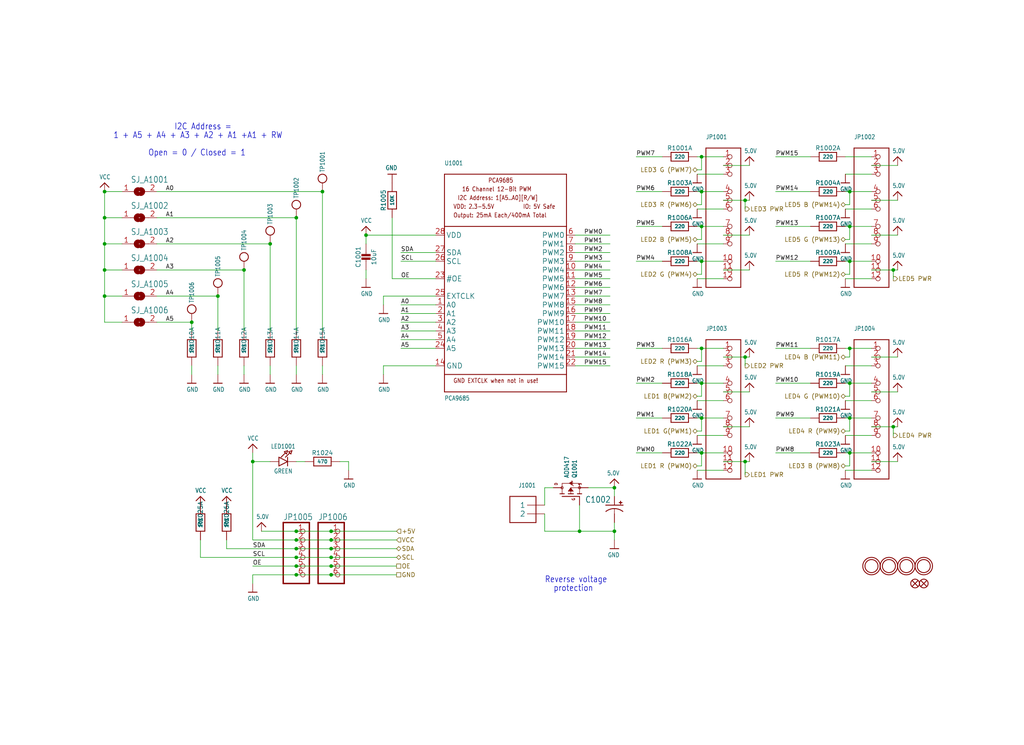
<source format=kicad_sch>
(kicad_sch (version 20250114) (generator "eeschema") (generator_version "9.0")
  (paper "User" 298.45 217.322)
  (text "Reverse voltage" (at 158.75 170.18 0) (effects (font (size 1.778 1.5113)) (justify left bottom)))
  (text "1 + A5 + A4 + A3 + A2 + A1 +A1 + RW" (at 33.02 40.64 0) (effects (font (size 1.778 1.5113)) (justify left bottom)))
  (text "Open = 0 / Closed = 1" (at 43.18 45.72 0) (effects (font (size 1.778 1.5113)) (justify left bottom)))
  (text "I2C Address =" (at 50.8 38.1 0) (effects (font (size 1.778 1.5113)) (justify left bottom)))
  (text "protection" (at 161.29 172.72 0) (effects (font (size 1.778 1.5113)) (justify left bottom)))
  (junction (at 86.36 160.02))
  (junction (at 217.17 58.42))
  (junction (at 247.65 76.2))
  (junction (at 204.47 101.6))
  (junction (at 30.48 71.12))
  (junction (at 86.36 154.94))
  (junction (at 63.5 86.36))
  (junction (at 96.52 167.64))
  (junction (at 179.07 154.94))
  (junction (at 217.17 104.14))
  (junction (at 179.07 142.24))
  (junction (at 106.68 68.58))
  (junction (at 260.35 78.74))
  (junction (at 93.98 55.88))
  (junction (at 204.47 121.92))
  (junction (at 55.88 93.98))
  (junction (at 30.48 86.36))
  (junction (at 86.36 167.64))
  (junction (at 86.36 157.48))
  (junction (at 168.91 154.94))
  (junction (at 96.52 165.1))
  (junction (at 30.48 78.74))
  (junction (at 86.36 63.5))
  (junction (at 86.36 165.1))
  (junction (at 73.66 134.62))
  (junction (at 204.47 76.2))
  (junction (at 71.12 78.74))
  (junction (at 30.48 63.5))
  (junction (at 204.47 111.76))
  (junction (at 217.17 134.62))
  (junction (at 204.47 55.88))
  (junction (at 247.65 121.92))
  (junction (at 96.52 160.02))
  (junction (at 204.47 66.04))
  (junction (at 96.52 157.48))
  (junction (at 86.36 162.56))
  (junction (at 260.35 124.46))
  (junction (at 247.65 101.6))
  (junction (at 247.65 132.08))
  (junction (at 247.65 111.76))
  (junction (at 78.74 71.12))
  (junction (at 30.48 55.88))
  (junction (at 204.47 132.08))
  (junction (at 96.52 154.94))
  (junction (at 247.65 55.88))
  (junction (at 204.47 45.72))
  (junction (at 247.65 66.04))
  (junction (at 96.52 162.56))
  (wire (pts (xy 127 96.52) (xy 116.84 96.52)) (stroke (width 0.1524)))
  (wire (pts (xy 167.64 68.58) (xy 177.8 68.58)) (stroke (width 0.1524)))
  (wire (pts (xy 210.82 68.58) (xy 218.44 68.58)) (stroke (width 0.1524)))
  (wire (pts (xy 204.47 66.04) (xy 210.82 66.04)) (stroke (width 0.1524)))
  (wire (pts (xy 203.2 66.04) (xy 204.47 66.04)) (stroke (width 0.1524)))
  (wire (pts (xy 193.04 101.6) (xy 185.42 101.6)) (stroke (width 0.1524)))
  (wire (pts (xy 210.82 124.46) (xy 218.44 124.46)) (stroke (width 0.1524)))
  (wire (pts (xy 45.72 86.36) (xy 63.5 86.36)) (stroke (width 0.1524)))
  (wire (pts (xy 167.64 86.36) (xy 177.8 86.36)) (stroke (width 0.1524)))
  (wire (pts (xy 168.91 147.32) (xy 168.91 154.94)) (stroke (width 0.1524)))
  (wire (pts (xy 217.17 58.42) (xy 218.44 58.42)) (stroke (width 0.1524)))
  (wire (pts (xy 204.47 101.6) (xy 210.82 101.6)) (stroke (width 0.1524)))
  (wire (pts (xy 35.56 93.98) (xy 30.48 93.98)) (stroke (width 0.1524)))
  (wire (pts (xy 210.82 48.26) (xy 218.44 48.26)) (stroke (width 0.1524)))
  (wire (pts (xy 158.75 154.94) (xy 158.75 149.86)) (stroke (width 0.1524)))
  (wire (pts (xy 76.2 154.94) (xy 86.36 154.94)) (stroke (width 0.1524)))
  (wire (pts (xy 236.22 132.08) (xy 226.06 132.08)) (stroke (width 0.1524)))
  (wire (pts (xy 210.82 71.12) (xy 203.2 71.12)) (stroke (width 0.1524)))
  (wire (pts (xy 236.22 121.92) (xy 226.06 121.92)) (stroke (width 0.1524)))
  (wire (pts (xy 203.2 132.08) (xy 204.47 132.08)) (stroke (width 0.1524)))
  (wire (pts (xy 167.64 83.82) (xy 177.8 83.82)) (stroke (width 0.1524)))
  (wire (pts (xy 203.2 121.92) (xy 204.47 121.92)) (stroke (width 0.1524)))
  (wire (pts (xy 30.48 63.5) (xy 30.48 55.88)) (stroke (width 0.1524)))
  (wire (pts (xy 246.38 115.57) (xy 247.65 115.57)))
  (wire (pts (xy 203.2 59.69) (xy 204.47 59.69)))
  (wire (pts (xy 247.65 59.69) (xy 247.65 55.88)))
  (wire (pts (xy 210.82 114.3) (xy 218.44 114.3)) (stroke (width 0.1524)))
  (wire (pts (xy 210.82 60.96) (xy 203.2 60.96)) (stroke (width 0.1524)))
  (wire (pts (xy 254 127) (xy 246.38 127)) (stroke (width 0.1524)))
  (wire (pts (xy 203.2 45.72) (xy 204.47 45.72)) (stroke (width 0.1524)))
  (wire (pts (xy 254 134.62) (xy 261.62 134.62)) (stroke (width 0.1524)))
  (wire (pts (xy 45.72 93.98) (xy 55.88 93.98)) (stroke (width 0.1524)))
  (wire (pts (xy 167.64 78.74) (xy 177.8 78.74)) (stroke (width 0.1524)))
  (wire (pts (xy 254 78.74) (xy 260.35 78.74)) (stroke (width 0.1524)))
  (wire (pts (xy 246.38 135.89) (xy 247.65 135.89)))
  (wire (pts (xy 30.48 71.12) (xy 30.48 63.5)) (stroke (width 0.1524)))
  (wire (pts (xy 203.2 101.6) (xy 204.47 101.6)) (stroke (width 0.1524)))
  (wire (pts (xy 35.56 63.5) (xy 30.48 63.5)) (stroke (width 0.1524)))
  (wire (pts (xy 247.65 55.88) (xy 254 55.88)) (stroke (width 0.1524)))
  (wire (pts (xy 127 101.6) (xy 116.84 101.6)) (stroke (width 0.1524)))
  (wire (pts (xy 45.72 71.12) (xy 78.74 71.12)) (stroke (width 0.1524)))
  (wire (pts (xy 167.64 71.12) (xy 177.8 71.12)) (stroke (width 0.1524)))
  (wire (pts (xy 86.36 157.48) (xy 73.66 157.48)) (stroke (width 0.1524)))
  (wire (pts (xy 203.2 125.73) (xy 204.47 125.73)))
  (wire (pts (xy 127 73.66) (xy 116.84 73.66)) (stroke (width 0.1524)))
  (wire (pts (xy 30.48 93.98) (xy 30.48 86.36)) (stroke (width 0.1524)))
  (wire (pts (xy 168.91 154.94) (xy 158.75 154.94)) (stroke (width 0.1524)))
  (wire (pts (xy 30.48 78.74) (xy 30.48 71.12)) (stroke (width 0.1524)))
  (wire (pts (xy 193.04 66.04) (xy 185.42 66.04)) (stroke (width 0.1524)))
  (wire (pts (xy 96.52 167.64) (xy 115.57 167.64)))
  (wire (pts (xy 179.07 154.94) (xy 168.91 154.94)) (stroke (width 0.1524)))
  (wire (pts (xy 246.38 76.2) (xy 247.65 76.2)) (stroke (width 0.1524)))
  (wire (pts (xy 185.42 55.88) (xy 193.04 55.88)) (stroke (width 0.1524)))
  (wire (pts (xy 210.82 58.42) (xy 217.17 58.42)) (stroke (width 0.1524)))
  (wire (pts (xy 127 86.36) (xy 111.76 86.36)) (stroke (width 0.1524)))
  (wire (pts (xy 254 58.42) (xy 261.62 58.42)) (stroke (width 0.1524)))
  (wire (pts (xy 204.47 45.72) (xy 210.82 45.72)) (stroke (width 0.1524)))
  (wire (pts (xy 204.47 80.01) (xy 204.47 76.2)))
  (wire (pts (xy 236.22 101.6) (xy 226.06 101.6)) (stroke (width 0.1524)))
  (wire (pts (xy 203.2 49.53) (xy 204.47 49.53)))
  (wire (pts (xy 210.82 104.14) (xy 217.17 104.14)) (stroke (width 0.1524)))
  (wire (pts (xy 247.65 111.76) (xy 247.65 115.57)))
  (wire (pts (xy 193.04 121.92) (xy 185.42 121.92)) (stroke (width 0.1524)))
  (wire (pts (xy 217.17 134.62) (xy 217.17 138.43)))
  (wire (pts (xy 247.65 66.04) (xy 254 66.04)) (stroke (width 0.1524)))
  (wire (pts (xy 127 99.06) (xy 116.84 99.06)) (stroke (width 0.1524)))
  (wire (pts (xy 167.64 106.68) (xy 177.8 106.68)) (stroke (width 0.1524)))
  (wire (pts (xy 96.52 157.48) (xy 86.36 157.48)) (stroke (width 0.1524)))
  (wire (pts (xy 35.56 71.12) (xy 30.48 71.12)) (stroke (width 0.1524)))
  (wire (pts (xy 210.82 81.28) (xy 203.2 81.28)) (stroke (width 0.1524)))
  (wire (pts (xy 127 106.68) (xy 111.76 106.68)) (stroke (width 0.1524)))
  (wire (pts (xy 179.07 152.4) (xy 179.07 154.94)) (stroke (width 0.1524)))
  (wire (pts (xy 204.47 59.69) (xy 204.47 55.88)))
  (wire (pts (xy 247.65 132.08) (xy 247.65 135.89)))
  (wire (pts (xy 246.38 125.73) (xy 247.65 125.73)))
  (wire (pts (xy 204.47 135.89) (xy 204.47 132.08)))
  (wire (pts (xy 30.48 86.36) (xy 30.48 78.74)) (stroke (width 0.1524)))
  (wire (pts (xy 193.04 76.2) (xy 185.42 76.2)) (stroke (width 0.1524)))
  (wire (pts (xy 254 106.68) (xy 246.38 106.68)) (stroke (width 0.1524)))
  (wire (pts (xy 71.12 106.68) (xy 71.12 109.22)) (stroke (width 0.1524)))
  (wire (pts (xy 217.17 58.42) (xy 217.17 60.96)))
  (wire (pts (xy 247.65 121.92) (xy 254 121.92)) (stroke (width 0.1524)))
  (wire (pts (xy 71.12 78.74) (xy 71.12 96.52)) (stroke (width 0.1524)))
  (wire (pts (xy 236.22 66.04) (xy 226.06 66.04)) (stroke (width 0.1524)))
  (wire (pts (xy 204.47 101.6) (xy 204.47 105.41)))
  (wire (pts (xy 158.75 142.24) (xy 158.75 147.32)) (stroke (width 0.1524)))
  (wire (pts (xy 93.98 106.68) (xy 93.98 109.22)) (stroke (width 0.1524)))
  (wire (pts (xy 210.82 127) (xy 203.2 127)) (stroke (width 0.1524)))
  (wire (pts (xy 45.72 55.88) (xy 93.98 55.88)) (stroke (width 0.1524)))
  (wire (pts (xy 99.06 134.62) (xy 101.6 134.62)) (stroke (width 0.1524)))
  (wire (pts (xy 204.47 45.72) (xy 204.47 49.53)))
  (wire (pts (xy 254 60.96) (xy 246.38 60.96)) (stroke (width 0.1524)))
  (wire (pts (xy 260.35 78.74) (xy 260.35 81.28)))
  (wire (pts (xy 167.64 101.6) (xy 177.8 101.6)) (stroke (width 0.1524)))
  (wire (pts (xy 203.2 137.16) (xy 210.82 137.16)) (stroke (width 0.1524)))
  (wire (pts (xy 101.6 134.62) (xy 101.6 137.16)) (stroke (width 0.1524)))
  (wire (pts (xy 106.68 68.58) (xy 127 68.58)) (stroke (width 0.1524)))
  (wire (pts (xy 246.38 111.76) (xy 247.65 111.76)) (stroke (width 0.1524)))
  (wire (pts (xy 254 81.28) (xy 246.38 81.28)) (stroke (width 0.1524)))
  (wire (pts (xy 167.64 104.14) (xy 177.8 104.14)) (stroke (width 0.1524)))
  (wire (pts (xy 78.74 71.12) (xy 78.74 96.52)) (stroke (width 0.1524)))
  (wire (pts (xy 204.47 69.85) (xy 204.47 66.04)))
  (wire (pts (xy 58.42 162.56) (xy 58.42 157.48)) (stroke (width 0.1524)))
  (wire (pts (xy 167.64 99.06) (xy 177.8 99.06)) (stroke (width 0.1524)))
  (wire (pts (xy 93.98 55.88) (xy 93.98 96.52)) (stroke (width 0.1524)))
  (wire (pts (xy 86.36 165.1) (xy 73.66 165.1)) (stroke (width 0.1524)))
  (wire (pts (xy 167.64 91.44) (xy 177.8 91.44)) (stroke (width 0.1524)))
  (wire (pts (xy 247.65 101.6) (xy 254 101.6)) (stroke (width 0.1524)))
  (wire (pts (xy 236.22 76.2) (xy 226.06 76.2)) (stroke (width 0.1524)))
  (wire (pts (xy 63.5 86.36) (xy 63.5 96.52)) (stroke (width 0.1524)))
  (wire (pts (xy 96.52 160.02) (xy 115.57 160.02)))
  (wire (pts (xy 246.38 59.69) (xy 247.65 59.69)))
  (wire (pts (xy 96.52 157.48) (xy 115.57 157.48)))
  (wire (pts (xy 179.07 154.94) (xy 179.07 157.48)) (stroke (width 0.1524)))
  (wire (pts (xy 204.47 55.88) (xy 210.82 55.88)) (stroke (width 0.1524)))
  (wire (pts (xy 203.2 55.88) (xy 204.47 55.88)) (stroke (width 0.1524)))
  (wire (pts (xy 204.47 125.73) (xy 204.47 121.92)))
  (wire (pts (xy 96.52 165.1) (xy 86.36 165.1)) (stroke (width 0.1524)))
  (wire (pts (xy 127 93.98) (xy 116.84 93.98)) (stroke (width 0.1524)))
  (wire (pts (xy 217.17 104.14) (xy 218.44 104.14)) (stroke (width 0.1524)))
  (wire (pts (xy 210.82 78.74) (xy 218.44 78.74)) (stroke (width 0.1524)))
  (wire (pts (xy 111.76 106.68) (xy 111.76 109.22)) (stroke (width 0.1524)))
  (wire (pts (xy 246.38 55.88) (xy 247.65 55.88)) (stroke (width 0.1524)))
  (wire (pts (xy 246.38 101.6) (xy 247.65 101.6)) (stroke (width 0.1524)))
  (wire (pts (xy 254 114.3) (xy 261.62 114.3)) (stroke (width 0.1524)))
  (wire (pts (xy 73.66 134.62) (xy 73.66 132.08)) (stroke (width 0.1524)))
  (wire (pts (xy 247.65 121.92) (xy 247.65 125.73)))
  (wire (pts (xy 210.82 106.68) (xy 203.2 106.68)) (stroke (width 0.1524)))
  (wire (pts (xy 246.38 45.72) (xy 254 45.72)) (stroke (width 0.1524)))
  (wire (pts (xy 247.65 66.04) (xy 247.65 69.85)))
  (wire (pts (xy 96.52 162.56) (xy 86.36 162.56)) (stroke (width 0.1524)))
  (wire (pts (xy 96.52 167.64) (xy 86.36 167.64)) (stroke (width 0.1524)))
  (wire (pts (xy 35.56 78.74) (xy 30.48 78.74)) (stroke (width 0.1524)))
  (wire (pts (xy 193.04 132.08) (xy 185.42 132.08)) (stroke (width 0.1524)))
  (wire (pts (xy 210.82 134.62) (xy 217.17 134.62)) (stroke (width 0.1524)))
  (wire (pts (xy 171.45 142.24) (xy 179.07 142.24)) (stroke (width 0.1524)))
  (wire (pts (xy 246.38 69.85) (xy 247.65 69.85)))
  (wire (pts (xy 203.2 80.01) (xy 204.47 80.01)))
  (wire (pts (xy 204.47 111.76) (xy 210.82 111.76)) (stroke (width 0.1524)))
  (wire (pts (xy 246.38 104.14) (xy 247.65 104.14)))
  (wire (pts (xy 96.52 154.94) (xy 115.57 154.94)))
  (wire (pts (xy 167.64 93.98) (xy 177.8 93.98)) (stroke (width 0.1524)))
  (wire (pts (xy 247.65 76.2) (xy 254 76.2)) (stroke (width 0.1524)))
  (wire (pts (xy 236.22 55.88) (xy 226.06 55.88)) (stroke (width 0.1524)))
  (wire (pts (xy 86.36 134.62) (xy 88.9 134.62)) (stroke (width 0.1524)))
  (wire (pts (xy 236.22 111.76) (xy 226.06 111.76)) (stroke (width 0.1524)))
  (wire (pts (xy 203.2 76.2) (xy 204.47 76.2)) (stroke (width 0.1524)))
  (wire (pts (xy 246.38 66.04) (xy 247.65 66.04)) (stroke (width 0.1524)))
  (wire (pts (xy 96.52 165.1) (xy 115.57 165.1)))
  (wire (pts (xy 247.65 132.08) (xy 254 132.08)) (stroke (width 0.1524)))
  (wire (pts (xy 86.36 106.68) (xy 86.36 109.22)) (stroke (width 0.1524)))
  (wire (pts (xy 217.17 134.62) (xy 218.44 134.62)) (stroke (width 0.1524)))
  (wire (pts (xy 254 104.14) (xy 261.62 104.14)) (stroke (width 0.1524)))
  (wire (pts (xy 127 88.9) (xy 116.84 88.9)) (stroke (width 0.1524)))
  (wire (pts (xy 247.65 76.2) (xy 247.65 80.01)))
  (wire (pts (xy 203.2 105.41) (xy 204.47 105.41)))
  (wire (pts (xy 111.76 86.36) (xy 111.76 88.9)) (stroke (width 0.1524)))
  (wire (pts (xy 167.64 96.52) (xy 177.8 96.52)) (stroke (width 0.1524)))
  (wire (pts (xy 167.64 76.2) (xy 177.8 76.2)) (stroke (width 0.1524)))
  (wire (pts (xy 55.88 93.98) (xy 55.88 96.52)) (stroke (width 0.1524)))
  (wire (pts (xy 86.36 167.64) (xy 73.66 167.64)) (stroke (width 0.1524)))
  (wire (pts (xy 106.68 68.58) (xy 106.68 71.12)) (stroke (width 0.1524)))
  (wire (pts (xy 86.36 63.5) (xy 86.36 96.52)) (stroke (width 0.1524)))
  (wire (pts (xy 161.29 142.24) (xy 158.75 142.24)) (stroke (width 0.1524)))
  (wire (pts (xy 106.68 78.74) (xy 106.68 81.28)) (stroke (width 0.1524)))
  (wire (pts (xy 167.64 73.66) (xy 177.8 73.66)) (stroke (width 0.1524)))
  (wire (pts (xy 254 68.58) (xy 261.62 68.58)) (stroke (width 0.1524)))
  (wire (pts (xy 247.65 101.6) (xy 247.65 104.14)))
  (wire (pts (xy 193.04 111.76) (xy 185.42 111.76)) (stroke (width 0.1524)))
  (wire (pts (xy 45.72 78.74) (xy 71.12 78.74)) (stroke (width 0.1524)))
  (wire (pts (xy 203.2 115.57) (xy 204.47 115.57)))
  (wire (pts (xy 254 124.46) (xy 260.35 124.46)) (stroke (width 0.1524)))
  (wire (pts (xy 254 48.26) (xy 261.62 48.26)) (stroke (width 0.1524)))
  (wire (pts (xy 204.47 115.57) (xy 204.47 111.76)))
  (wire (pts (xy 210.82 116.84) (xy 203.2 116.84)) (stroke (width 0.1524)))
  (wire (pts (xy 96.52 162.56) (xy 115.57 162.56)))
  (wire (pts (xy 236.22 45.72) (xy 226.06 45.72)) (stroke (width 0.1524)))
  (wire (pts (xy 78.74 106.68) (xy 78.74 109.22)) (stroke (width 0.1524)))
  (wire (pts (xy 86.36 162.56) (xy 58.42 162.56)) (stroke (width 0.1524)))
  (wire (pts (xy 35.56 55.88) (xy 30.48 55.88)) (stroke (width 0.1524)))
  (wire (pts (xy 246.38 80.01) (xy 247.65 80.01)))
  (wire (pts (xy 204.47 121.92) (xy 210.82 121.92)) (stroke (width 0.1524)))
  (wire (pts (xy 73.66 167.64) (xy 73.66 170.18)) (stroke (width 0.1524)))
  (wire (pts (xy 260.35 124.46) (xy 260.35 127)))
  (wire (pts (xy 193.04 45.72) (xy 185.42 45.72)) (stroke (width 0.1524)))
  (wire (pts (xy 203.2 135.89) (xy 204.47 135.89)))
  (wire (pts (xy 96.52 160.02) (xy 86.36 160.02)) (stroke (width 0.1524)))
  (wire (pts (xy 86.36 160.02) (xy 66.04 160.02)) (stroke (width 0.1524)))
  (wire (pts (xy 73.66 134.62) (xy 78.74 134.62)) (stroke (width 0.1524)))
  (wire (pts (xy 127 81.28) (xy 114.3 81.28)) (stroke (width 0.1524)))
  (wire (pts (xy 35.56 86.36) (xy 30.48 86.36)) (stroke (width 0.1524)))
  (wire (pts (xy 254 71.12) (xy 246.38 71.12)) (stroke (width 0.1524)))
  (wire (pts (xy 217.17 104.14) (xy 217.17 106.68)))
  (wire (pts (xy 203.2 69.85) (xy 204.47 69.85)))
  (wire (pts (xy 246.38 132.08) (xy 247.65 132.08)) (stroke (width 0.1524)))
  (wire (pts (xy 167.64 88.9) (xy 177.8 88.9)) (stroke (width 0.1524)))
  (wire (pts (xy 254 137.16) (xy 246.38 137.16)) (stroke (width 0.1524)))
  (wire (pts (xy 260.35 124.46) (xy 261.62 124.46)) (stroke (width 0.1524)))
  (wire (pts (xy 63.5 106.68) (xy 63.5 109.22)) (stroke (width 0.1524)))
  (wire (pts (xy 127 91.44) (xy 116.84 91.44)) (stroke (width 0.1524)))
  (wire (pts (xy 260.35 78.74) (xy 261.62 78.74)) (stroke (width 0.1524)))
  (wire (pts (xy 66.04 160.02) (xy 66.04 157.48)) (stroke (width 0.1524)))
  (wire (pts (xy 179.07 142.24) (xy 179.07 144.78)) (stroke (width 0.1524)))
  (wire (pts (xy 203.2 111.76) (xy 204.47 111.76)) (stroke (width 0.1524)))
  (wire (pts (xy 254 116.84) (xy 246.38 116.84)) (stroke (width 0.1524)))
  (wire (pts (xy 73.66 157.48) (xy 73.66 134.62)) (stroke (width 0.1524)))
  (wire (pts (xy 55.88 106.68) (xy 55.88 109.22)) (stroke (width 0.1524)))
  (wire (pts (xy 204.47 132.08) (xy 210.82 132.08)) (stroke (width 0.1524)))
  (wire (pts (xy 247.65 111.76) (xy 254 111.76)) (stroke (width 0.1524)))
  (wire (pts (xy 86.36 154.94) (xy 96.52 154.94)) (stroke (width 0.1524)))
  (wire (pts (xy 210.82 50.8) (xy 203.2 50.8)) (stroke (width 0.1524)))
  (wire (pts (xy 127 76.2) (xy 116.84 76.2)) (stroke (width 0.1524)))
  (wire (pts (xy 45.72 63.5) (xy 86.36 63.5)) (stroke (width 0.1524)))
  (wire (pts (xy 254 50.8) (xy 246.38 50.8)) (stroke (width 0.1524)))
  (wire (pts (xy 204.47 76.2) (xy 210.82 76.2)) (stroke (width 0.1524)))
  (wire (pts (xy 114.3 81.28) (xy 114.3 63.5)) (stroke (width 0.1524)))
  (wire (pts (xy 167.64 81.28) (xy 177.8 81.28)) (stroke (width 0.1524)))
  (wire (pts (xy 246.38 121.92) (xy 247.65 121.92)) (stroke (width 0.1524)))
  (label "PWM15" (at 170.18 106.68 0) (effects (font (size 1.2446 1.2446))))
  (label "PWM4" (at 185.42 76.2 0) (effects (font (size 1.2446 1.2446))))
  (label "PWM10" (at 226.06 111.76 0) (effects (font (size 1.2446 1.2446))))
  (label "A4" (at 116.84 99.06 0) (effects (font (size 1.2446 1.2446))))
  (label "SCL" (at 73.66 162.56 0) (effects (font (size 1.2446 1.2446))))
  (label "SDA" (at 73.66 160.02 0) (effects (font (size 1.2446 1.2446))))
  (label "A5" (at 48.26 93.98 0) (effects (font (size 1.2446 1.2446))))
  (label "PWM2" (at 170.18 73.66 0) (effects (font (size 1.2446 1.2446))))
  (label "PWM7" (at 185.42 45.72 0) (effects (font (size 1.2446 1.2446))))
  (label "PWM8" (at 170.18 88.9 0) (effects (font (size 1.2446 1.2446))))
  (label "PWM14" (at 170.18 104.14 0) (effects (font (size 1.2446 1.2446))))
  (label "PWM12" (at 170.18 99.06 0) (effects (font (size 1.2446 1.2446))))
  (label "PWM2" (at 185.42 111.76 0) (effects (font (size 1.2446 1.2446))))
  (label "PWM15" (at 226.06 45.72 0) (effects (font (size 1.2446 1.2446))))
  (label "PWM8" (at 226.06 132.08 0) (effects (font (size 1.2446 1.2446))))
  (label "A3" (at 48.26 78.74 0) (effects (font (size 1.2446 1.2446))))
  (label "PWM6" (at 170.18 83.82 0) (effects (font (size 1.2446 1.2446))))
  (label "A0" (at 48.26 55.88 0) (effects (font (size 1.2446 1.2446))))
  (label "A0" (at 116.84 88.9 0) (effects (font (size 1.2446 1.2446))))
  (label "PWM0" (at 185.42 132.08 0) (effects (font (size 1.2446 1.2446))))
  (label "PWM5" (at 170.18 81.28 0) (effects (font (size 1.2446 1.2446))))
  (label "PWM3" (at 170.18 76.2 0) (effects (font (size 1.2446 1.2446))))
  (label "PWM5" (at 185.42 66.04 0) (effects (font (size 1.2446 1.2446))))
  (label "SCL" (at 116.84 76.2 0) (effects (font (size 1.2446 1.2446))))
  (label "A3" (at 116.84 96.52 0) (effects (font (size 1.2446 1.2446))))
  (label "PWM11" (at 170.18 96.52 0) (effects (font (size 1.2446 1.2446))))
  (label "PWM0" (at 170.18 68.58 0) (effects (font (size 1.2446 1.2446))))
  (label "A5" (at 116.84 101.6 0) (effects (font (size 1.2446 1.2446))))
  (label "PWM9" (at 170.18 91.44 0) (effects (font (size 1.2446 1.2446))))
  (label "PWM6" (at 185.42 55.88 0) (effects (font (size 1.2446 1.2446))))
  (label "OE" (at 73.66 165.1 0) (effects (font (size 1.2446 1.2446))))
  (label "A2" (at 116.84 93.98 0) (effects (font (size 1.2446 1.2446))))
  (label "PWM14" (at 226.06 55.88 0) (effects (font (size 1.2446 1.2446))))
  (label "A4" (at 48.26 86.36 0) (effects (font (size 1.2446 1.2446))))
  (label "PWM7" (at 170.18 86.36 0) (effects (font (size 1.2446 1.2446))))
  (label "PWM10" (at 170.18 93.98 0) (effects (font (size 1.2446 1.2446))))
  (label "A1" (at 116.84 91.44 0) (effects (font (size 1.2446 1.2446))))
  (label "PWM12" (at 226.06 76.2 0) (effects (font (size 1.2446 1.2446))))
  (label "PWM1" (at 185.42 121.92 0) (effects (font (size 1.2446 1.2446))))
  (label "A2" (at 48.26 71.12 0) (effects (font (size 1.2446 1.2446))))
  (label "PWM13" (at 170.18 101.6 0) (effects (font (size 1.2446 1.2446))))
  (label "PWM1" (at 170.18 71.12 0) (effects (font (size 1.2446 1.2446))))
  (label "A1" (at 48.26 63.5 0) (effects (font (size 1.2446 1.2446))))
  (label "OE" (at 116.84 81.28 0) (effects (font (size 1.2446 1.2446))))
  (label "PWM3" (at 185.42 101.6 0) (effects (font (size 1.2446 1.2446))))
  (label "PWM13" (at 226.06 66.04 0) (effects (font (size 1.2446 1.2446))))
  (label "PWM4" (at 170.18 78.74 0) (effects (font (size 1.2446 1.2446))))
  (label "PWM11" (at 226.06 101.6 0) (effects (font (size 1.2446 1.2446))))
  (label "SDA" (at 116.84 73.66 0) (effects (font (size 1.2446 1.2446))))
  (label "PWM9" (at 226.06 121.92 0) (effects (font (size 1.2446 1.2446))))
  (hierarchical_label "LED5 R (PWM12)" (shape bidirectional) (at 246.38 80.01 180))
  (hierarchical_label "LED3 G (PWM7)" (shape bidirectional) (at 203.2 49.53 180))
  (hierarchical_label "LED2 PWR" (shape output) (at 217.17 106.68 0))
  (hierarchical_label "LED5 B (PWM14)" (shape bidirectional) (at 246.38 59.69 180))
  (hierarchical_label "LED1 R (PWM0)" (shape bidirectional) (at 203.2 135.89 180))
  (hierarchical_label "LED5 PWR" (shape output) (at 260.35 81.28 0))
  (hierarchical_label "LED3 PWR" (shape output) (at 217.17 60.96 0))
  (hierarchical_label "OE" (shape passive) (at 115.57 165.1 0))
  (hierarchical_label "LED4 PWR" (shape output) (at 260.35 127 0))
  (hierarchical_label "VCC" (shape input) (at 115.57 157.48 0))
  (hierarchical_label "LED4 B (PWM11)" (shape bidirectional) (at 246.38 104.14 180))
  (hierarchical_label "LED1 B(PWM2)" (shape bidirectional) (at 203.2 115.57 180))
  (hierarchical_label "LED4 R (PWM9)" (shape bidirectional) (at 246.38 125.73 180))
  (hierarchical_label "LED1 PWR" (shape output) (at 217.17 138.43 0))
  (hierarchical_label "LED4 G (PWM10)" (shape bidirectional) (at 246.38 115.57 180))
  (hierarchical_label "LED2 G (PWM4)" (shape bidirectional) (at 203.2 80.01 180))
  (hierarchical_label "+5V" (shape input) (at 115.57 154.94 0))
  (hierarchical_label "LED2 R (PWM3)" (shape bidirectional) (at 203.2 105.41 180))
  (hierarchical_label "LED3 B (PWM8)" (shape bidirectional) (at 246.38 135.89 180))
  (hierarchical_label "LED3 R (PWM6)" (shape bidirectional) (at 203.2 59.69 180))
  (hierarchical_label "GND" (shape passive) (at 115.57 167.64 0))
  (hierarchical_label "LED2 B (PWM5)" (shape bidirectional) (at 203.2 69.85 180))
  (hierarchical_label "LED1 G(PWM1)" (shape bidirectional) (at 203.2 125.73 180))
  (hierarchical_label "LED5 G (PWM13)" (shape bidirectional) (at 246.38 69.85 180))
  (hierarchical_label "SDA" (shape bidirectional) (at 115.57 160.02 0))
  (hierarchical_label "SCL" (shape bidirectional) (at 115.57 162.56 0))
  (symbol (lib_id "Adafruit PCA9685 rev C-eagle-import:GND") (at 203.2 119.38 0) (unit 1)
    (property "Reference" "#U$01033" (effects (hide yes)))
    (property "Value" "GND" (at 201.676 121.92 0) (effects (font (size 1.27 1.0795)) (justify left bottom)))
  )
  (symbol (lib_id "Adafruit PCA9685 rev C-eagle-import:GND") (at 246.38 139.7 0) (unit 1)
    (property "Reference" "#U$01044" (effects (hide yes)))
    (property "Value" "GND" (at 244.856 142.24 0) (effects (font (size 1.27 1.0795)) (justify left bottom)))
  )
  (symbol (lib_id "Adafruit PCA9685 rev C-eagle-import:GND") (at 246.38 109.22 0) (unit 1)
    (property "Reference" "#U$01023" (effects (hide yes)))
    (property "Value" "GND" (at 244.856 111.76 0) (effects (font (size 1.27 1.0795)) (justify left bottom)))
  )
  (symbol (lib_id "Adafruit PCA9685 rev C-eagle-import:5.0V") (at 218.44 76.2 0) (unit 1)
    (property "Reference" "#U$01014" (effects (hide yes)))
    (property "Value" "5.0V" (at 216.916 75.184 0) (effects (font (size 1.27 1.0795)) (justify left bottom)))
  )
  (symbol (lib_id "Adafruit PCA9685 rev C-eagle-import:RESISTOR_4PACK") (at 198.12 55.88 0) (unit 1)
    (property "Reference" "R1003" (at 198.12 53.34 0))
    (property "Value" "220" (at 198.12 55.88 0) (effects (font (size 1.016 1.016) (thickness 0.2032) (bold yes))))
    (property "Footprint" "Adafruit PCA9685 rev C:RESPACK_4X0603" (effects (hide yes)))
  )
  (symbol (lib_id "Adafruit PCA9685 rev C-eagle-import:GND") (at 101.6 139.7 0) (unit 1)
    (property "Reference" "#U$01041" (effects (hide yes)))
    (property "Value" "GND" (at 100.076 142.24 0) (effects (font (size 1.27 1.0795)) (justify left bottom)))
  )
  (symbol (lib_id "Adafruit PCA9685 rev C-eagle-import:GND") (at 114.3 50.8 180) (unit 1)
    (property "Reference" "#U$01003" (effects (hide yes)))
    (property "Value" "GND" (at 115.824 48.26 0) (effects (font (size 1.27 1.0795)) (justify left bottom)))
  )
  (symbol (lib_id "Adafruit PCA9685 rev C-eagle-import:5.0V") (at 218.44 55.88 0) (unit 1)
    (property "Reference" "#U$01006" (effects (hide yes)))
    (property "Value" "5.0V" (at 216.916 54.864 0) (effects (font (size 1.27 1.0795)) (justify left bottom)))
  )
  (symbol (lib_id "Adafruit PCA9685 rev C-eagle-import:VCC") (at 66.04 144.78 0) (unit 1)
    (property "Reference" "#P+01005" (effects (hide yes)))
    (property "Value" "VCC" (at 64.516 143.764 0) (effects (font (size 1.27 1.0795)) (justify left bottom)))
  )
  (symbol (lib_id "Adafruit PCA9685 rev C-eagle-import:FIDUCIAL{dblquote}{dblquote}") (at 269.24 170.18 0) (unit 1)
    (property "Reference" "FID1002" (effects (hide yes)))
    (property "Value" "FIDUCIAL\"\"" (effects (hide yes)))
    (property "Footprint" "Adafruit PCA9685 rev C:FIDUCIAL_1MM" (effects (hide yes)))
  )
  (symbol (lib_id "Adafruit PCA9685 rev C-eagle-import:TESTPOINTROUND1MM") (at 55.88 93.98 0) (unit 1)
    (property "Reference" "TP1006" (at 55.88 88.392 90) (effects (font (size 1.27 1.0795)) (justify left)))
    (property "Value" "TESTPOINTROUND1MM" (effects (hide yes)))
    (property "Footprint" "Adafruit PCA9685 rev C:TESTPOINT_ROUND_1MM" (effects (hide yes)))
  )
  (symbol (lib_id "Adafruit PCA9685 rev C-eagle-import:RESISTOR_4PACK") (at 93.98 101.6 90) (unit 1)
    (property "Reference" "R1015" (at 93.98 99.06 0))
    (property "Value" "10K" (at 93.98 101.6 0) (effects (font (size 1.016 1.016) (thickness 0.2032) (bold yes))))
    (property "Footprint" "Adafruit PCA9685 rev C:RESPACK_4X0603" (effects (hide yes)))
  )
  (symbol (lib_id "Adafruit PCA9685 rev C-eagle-import:GND") (at 111.76 91.44 0) (unit 1)
    (property "Reference" "#U$01019" (effects (hide yes)))
    (property "Value" "GND" (at 110.236 93.98 0) (effects (font (size 1.27 1.0795)) (justify left bottom)))
  )
  (symbol (lib_id "Adafruit PCA9685 rev C-eagle-import:HEADER-3X04") (at 210.82 63.5 0) (unit 1)
    (property "Reference" "JP1001" (at 205.74 40.64 0) (effects (font (size 1.27 1.0795)) (justify left bottom)))
    (property "Value" "HEADER-3X04" (effects (hide yes)))
    (property "Footprint" "Adafruit PCA9685 rev C:3X04" (effects (hide yes)))
  )
  (symbol (lib_id "Adafruit PCA9685 rev C-eagle-import:HEADER-3X04") (at 210.82 119.38 0) (unit 1)
    (property "Reference" "JP1003" (at 205.74 96.52 0) (effects (font (size 1.27 1.0795)) (justify left bottom)))
    (property "Value" "HEADER-3X04" (effects (hide yes)))
    (property "Footprint" "Adafruit PCA9685 rev C:3X04" (effects (hide yes)))
  )
  (symbol (lib_id "Adafruit PCA9685 rev C-eagle-import:GND") (at 246.38 53.34 0) (unit 1)
    (property "Reference" "#U$01005" (effects (hide yes)))
    (property "Value" "GND" (at 244.856 55.88 0) (effects (font (size 1.27 1.0795)) (justify left bottom)))
  )
  (symbol (lib_id "Adafruit PCA9685 rev C-eagle-import:GND") (at 86.36 111.76 0) (unit 1)
    (property "Reference" "#U$01028" (effects (hide yes)))
    (property "Value" "GND" (at 84.836 114.3 0) (effects (font (size 1.27 1.0795)) (justify left bottom)))
  )
  (symbol (lib_id "Adafruit PCA9685 rev C-eagle-import:GND") (at 246.38 63.5 0) (unit 1)
    (property "Reference" "#U$01009" (effects (hide yes)))
    (property "Value" "GND" (at 244.856 66.04 0) (effects (font (size 1.27 1.0795)) (justify left bottom)))
  )
  (symbol (lib_id "Adafruit PCA9685 rev C-eagle-import:GND") (at 78.74 111.76 0) (unit 1)
    (property "Reference" "#U$01027" (effects (hide yes)))
    (property "Value" "GND" (at 77.216 114.3 0) (effects (font (size 1.27 1.0795)) (justify left bottom)))
  )
  (symbol (lib_id "Adafruit PCA9685 rev C-eagle-import:GND") (at 203.2 139.7 0) (unit 1)
    (property "Reference" "#U$01043" (effects (hide yes)))
    (property "Value" "GND" (at 201.676 142.24 0) (effects (font (size 1.27 1.0795)) (justify left bottom)))
  )
  (symbol (lib_id "Adafruit PCA9685 rev C-eagle-import:PCA9685") (at 147.32 83.82 0) (unit 1)
    (property "Reference" "U1001" (at 129.54 48.26 0) (effects (font (size 1.27 1.0795)) (justify left bottom)))
    (property "Value" "PCA9685" (at 129.54 116.84 0) (effects (font (size 1.27 1.0795)) (justify left bottom)))
    (property "Footprint" "Adafruit PCA9685 rev C:TSSOP28" (effects (hide yes)))
  )
  (symbol (lib_id "Adafruit PCA9685 rev C-eagle-import:RESISTOR_4PACK") (at 198.12 45.72 0) (unit 1)
    (property "Reference" "R1001" (at 198.12 43.18 0))
    (property "Value" "220" (at 198.12 45.72 0) (effects (font (size 1.016 1.016) (thickness 0.2032) (bold yes))))
    (property "Footprint" "Adafruit PCA9685 rev C:RESPACK_4X0603" (effects (hide yes)))
  )
  (symbol (lib_id "Adafruit PCA9685 rev C-eagle-import:5.0V") (at 261.62 55.88 0) (unit 1)
    (property "Reference" "#U$01007" (effects (hide yes)))
    (property "Value" "5.0V" (at 260.096 54.864 0) (effects (font (size 1.27 1.0795)) (justify left bottom)))
  )
  (symbol (lib_id "Adafruit PCA9685 rev C-eagle-import:MOUNTINGHOLE2.5") (at 269.24 165.1 0) (unit 1)
    (property "Reference" "U$1004" (effects (hide yes)))
    (property "Value" "MOUNTINGHOLE2.5" (effects (hide yes)))
    (property "Footprint" "Adafruit PCA9685 rev C:MOUNTINGHOLE_2.5_PLATED" (effects (hide yes)))
  )
  (symbol (lib_id "Adafruit PCA9685 rev C-eagle-import:GND") (at 55.88 111.76 0) (unit 1)
    (property "Reference" "#U$01024" (effects (hide yes)))
    (property "Value" "GND" (at 54.356 114.3 0) (effects (font (size 1.27 1.0795)) (justify left bottom)))
  )
  (symbol (lib_id "Adafruit PCA9685 rev C-eagle-import:TESTPOINTROUND1MM") (at 93.98 55.88 0) (unit 1)
    (property "Reference" "TP1001" (at 93.98 50.292 90) (effects (font (size 1.27 1.0795)) (justify left)))
    (property "Value" "TESTPOINTROUND1MM" (effects (hide yes)))
    (property "Footprint" "Adafruit PCA9685 rev C:TESTPOINT_ROUND_1MM" (effects (hide yes)))
  )
  (symbol (lib_id "Adafruit PCA9685 rev C-eagle-import:RESISTOR_4PACK") (at 198.12 66.04 0) (unit 1)
    (property "Reference" "R1006" (at 198.12 63.5 0))
    (property "Value" "220" (at 198.12 66.04 0) (effects (font (size 1.016 1.016) (thickness 0.2032) (bold yes))))
    (property "Footprint" "Adafruit PCA9685 rev C:RESPACK_4X0603" (effects (hide yes)))
  )
  (symbol (lib_id "Adafruit PCA9685 rev C-eagle-import:GND") (at 246.38 129.54 0) (unit 1)
    (property "Reference" "#U$01038" (effects (hide yes)))
    (property "Value" "GND" (at 244.856 132.08 0) (effects (font (size 1.27 1.0795)) (justify left bottom)))
  )
  (symbol (lib_id "Adafruit PCA9685 rev C-eagle-import:TESTPOINTROUND1MM") (at 86.36 63.5 0) (unit 1)
    (property "Reference" "TP1002" (at 86.36 57.912 90) (effects (font (size 1.27 1.0795)) (justify left)))
    (property "Value" "TESTPOINTROUND1MM" (effects (hide yes)))
    (property "Footprint" "Adafruit PCA9685 rev C:TESTPOINT_ROUND_1MM" (effects (hide yes)))
  )
  (symbol (lib_id "Adafruit PCA9685 rev C-eagle-import:RESISTOR_4PACK") (at 71.12 101.6 90) (unit 1)
    (property "Reference" "R1012" (at 71.12 99.06 0))
    (property "Value" "10K" (at 71.12 101.6 0) (effects (font (size 1.016 1.016) (thickness 0.2032) (bold yes))))
    (property "Footprint" "Adafruit PCA9685 rev C:RESPACK_4X0603" (effects (hide yes)))
  )
  (symbol (lib_id "Adafruit PCA9685 rev C-eagle-import:5.0V") (at 261.62 66.04 0) (unit 1)
    (property "Reference" "#U$01011" (effects (hide yes)))
    (property "Value" "5.0V" (at 260.096 65.024 0) (effects (font (size 1.27 1.0795)) (justify left bottom)))
  )
  (symbol (lib_id "Adafruit PCA9685 rev C-eagle-import:5.0V") (at 218.44 66.04 0) (unit 1)
    (property "Reference" "#U$01010" (effects (hide yes)))
    (property "Value" "5.0V" (at 216.916 65.024 0) (effects (font (size 1.27 1.0795)) (justify left bottom)))
  )
  (symbol (lib_id "Adafruit PCA9685 rev C-eagle-import:5.0V") (at 261.62 111.76 0) (unit 1)
    (property "Reference" "#U$01032" (effects (hide yes)))
    (property "Value" "5.0V" (at 260.096 110.744 0) (effects (font (size 1.27 1.0795)) (justify left bottom)))
  )
  (symbol (lib_id "Adafruit PCA9685 rev C-eagle-import:RESISTOR_4PACK") (at 198.12 101.6 0) (unit 1)
    (property "Reference" "R1016" (at 198.12 99.06 0))
    (property "Value" "220" (at 198.12 101.6 0) (effects (font (size 1.016 1.016) (thickness 0.2032) (bold yes))))
    (property "Footprint" "Adafruit PCA9685 rev C:RESPACK_4X0603" (effects (hide yes)))
  )
  (symbol (lib_id "Adafruit PCA9685 rev C-eagle-import:5.0V") (at 261.62 101.6 0) (unit 1)
    (property "Reference" "#U$01021" (effects (hide yes)))
    (property "Value" "5.0V" (at 260.096 100.584 0) (effects (font (size 1.27 1.0795)) (justify left bottom)))
  )
  (symbol (lib_id "Adafruit PCA9685 rev C-eagle-import:CPOL-USE3.5-8") (at 179.07 147.32 0) (mirror y) (unit 1)
    (property "Reference" "C1002" (at 178.054 146.685 0) (effects (font (size 1.778 1.5113)) (justify left bottom)))
    (property "Value" "CPOL-USE3.5-8" (effects (hide yes)))
    (property "Footprint" "Adafruit PCA9685 rev C:E3,5-8" (effects (hide yes)))
  )
  (symbol (lib_id "Adafruit PCA9685 rev C-eagle-import:RESISTOR_4PACK") (at 198.12 121.92 0) (unit 1)
    (property "Reference" "R1020" (at 198.12 119.38 0))
    (property "Value" "220" (at 198.12 121.92 0) (effects (font (size 1.016 1.016) (thickness 0.2032) (bold yes))))
    (property "Footprint" "Adafruit PCA9685 rev C:RESPACK_4X0603" (effects (hide yes)))
  )
  (symbol (lib_id "Adafruit PCA9685 rev C-eagle-import:TESTPOINTROUND1MM") (at 63.5 86.36 0) (unit 1)
    (property "Reference" "TP1005" (at 63.5 80.772 90) (effects (font (size 1.27 1.0795)) (justify left)))
    (property "Value" "TESTPOINTROUND1MM" (effects (hide yes)))
    (property "Footprint" "Adafruit PCA9685 rev C:TESTPOINT_ROUND_1MM" (effects (hide yes)))
  )
  (symbol (lib_id "Adafruit PCA9685 rev C-eagle-import:SOLDERJUMPERREFLOW_NOPASTE") (at 40.64 71.12 0) (unit 1)
    (property "Reference" "SJ_A1003" (at 38.1 68.58 0) (effects (font (size 1.778 1.5113)) (justify left bottom)))
    (property "Value" "SOLDERJUMPERREFLOW_NOPASTE" (effects (hide yes)))
    (property "Footprint" "Adafruit PCA9685 rev C:SOLDERJUMPER_REFLOW_NOPASTE" (effects (hide yes)))
  )
  (symbol (lib_id "Adafruit PCA9685 rev C-eagle-import:SOLDERJUMPERREFLOW_NOPASTE") (at 40.64 86.36 0) (unit 1)
    (property "Reference" "SJ_A1005" (at 38.1 83.82 0) (effects (font (size 1.778 1.5113)) (justify left bottom)))
    (property "Value" "SOLDERJUMPERREFLOW_NOPASTE" (effects (hide yes)))
    (property "Footprint" "Adafruit PCA9685 rev C:SOLDERJUMPER_REFLOW_NOPASTE" (effects (hide yes)))
  )
  (symbol (lib_id "Adafruit PCA9685 rev C-eagle-import:VCC") (at 106.68 66.04 0) (unit 1)
    (property "Reference" "#P+01002" (effects (hide yes)))
    (property "Value" "VCC" (at 105.156 65.024 0) (effects (font (size 1.27 1.0795)) (justify left bottom)))
  )
  (symbol (lib_id "Adafruit PCA9685 rev C-eagle-import:RESISTOR_4PACK") (at 55.88 101.6 90) (unit 1)
    (property "Reference" "R1010" (at 55.88 99.06 0))
    (property "Value" "10K" (at 55.88 101.6 0) (effects (font (size 1.016 1.016) (thickness 0.2032) (bold yes))))
    (property "Footprint" "Adafruit PCA9685 rev C:RESPACK_4X0603" (effects (hide yes)))
  )
  (symbol (lib_id "Adafruit PCA9685 rev C-eagle-import:GND") (at 93.98 111.76 0) (unit 1)
    (property "Reference" "#U$01029" (effects (hide yes)))
    (property "Value" "GND" (at 92.456 114.3 0) (effects (font (size 1.27 1.0795)) (justify left bottom)))
  )
  (symbol (lib_id "Adafruit PCA9685 rev C-eagle-import:PINHD-1X6CB") (at 99.06 162.56 0) (unit 1)
    (property "Reference" "JP1006" (at 92.71 151.765 0) (effects (font (size 1.778 1.5113)) (justify left bottom)))
    (property "Value" "PINHD-1X6CB" (effects (hide yes)))
    (property "Footprint" "Adafruit PCA9685 rev C:1X06-CLEANBIG" (effects (hide yes)))
  )
  (symbol (lib_id "Adafruit PCA9685 rev C-eagle-import:5.0V") (at 261.62 132.08 0) (unit 1)
    (property "Reference" "#U$01040" (effects (hide yes)))
    (property "Value" "5.0V" (at 260.096 131.064 0) (effects (font (size 1.27 1.0795)) (justify left bottom)))
  )
  (symbol (lib_id "Adafruit PCA9685 rev C-eagle-import:CAP_CERAMIC0805-NOOUTLINE") (at 106.68 76.2 0) (unit 1)
    (property "Reference" "C1001" (at 104.39 74.95 90))
    (property "Value" "10uF" (at 108.98 74.95 90))
    (property "Footprint" "Adafruit PCA9685 rev C:0805-NO" (effects (hide yes)))
  )
  (symbol (lib_id "Adafruit PCA9685 rev C-eagle-import:GND") (at 111.76 111.76 0) (unit 1)
    (property "Reference" "#U$01030" (effects (hide yes)))
    (property "Value" "GND" (at 110.236 114.3 0) (effects (font (size 1.27 1.0795)) (justify left bottom)))
  )
  (symbol (lib_id "Adafruit PCA9685 rev C-eagle-import:SOLDERJUMPERREFLOW_NOPASTE") (at 40.64 55.88 0) (unit 1)
    (property "Reference" "SJ_A1001" (at 38.1 53.34 0) (effects (font (size 1.778 1.5113)) (justify left bottom)))
    (property "Value" "SOLDERJUMPERREFLOW_NOPASTE" (effects (hide yes)))
    (property "Footprint" "Adafruit PCA9685 rev C:SOLDERJUMPER_REFLOW_NOPASTE" (effects (hide yes)))
  )
  (symbol (lib_id "Adafruit PCA9685 rev C-eagle-import:RESISTOR_0805MP") (at 93.98 134.62 0) (unit 1)
    (property "Reference" "R1024" (at 93.98 132.08 0))
    (property "Value" "470" (at 93.98 134.62 0) (effects (font (size 1.016 1.016) (thickness 0.2032) (bold yes))))
    (property "Footprint" "Adafruit PCA9685 rev C:_0805MP" (effects (hide yes)))
  )
  (symbol (lib_id "Adafruit PCA9685 rev C-eagle-import:HEADER-3X04") (at 254 119.38 0) (unit 1)
    (property "Reference" "JP1004" (at 248.92 96.52 0) (effects (font (size 1.27 1.0795)) (justify left bottom)))
    (property "Value" "HEADER-3X04" (effects (hide yes)))
    (property "Footprint" "Adafruit PCA9685 rev C:3X04" (effects (hide yes)))
  )
  (symbol (lib_id "Adafruit PCA9685 rev C-eagle-import:VCC") (at 58.42 144.78 0) (unit 1)
    (property "Reference" "#P+01004" (effects (hide yes)))
    (property "Value" "VCC" (at 56.896 143.764 0) (effects (font (size 1.27 1.0795)) (justify left bottom)))
  )
  (symbol (lib_id "Adafruit PCA9685 rev C-eagle-import:GND") (at 203.2 63.5 0) (unit 1)
    (property "Reference" "#U$01008" (effects (hide yes)))
    (property "Value" "GND" (at 201.676 66.04 0) (effects (font (size 1.27 1.0795)) (justify left bottom)))
  )
  (symbol (lib_id "Adafruit PCA9685 rev C-eagle-import:RESISTOR_4PACK") (at 241.3 76.2 0) (unit 1)
    (property "Reference" "R1009" (at 241.3 73.66 0))
    (property "Value" "220" (at 241.3 76.2 0) (effects (font (size 1.016 1.016) (thickness 0.2032) (bold yes))))
    (property "Footprint" "Adafruit PCA9685 rev C:RESPACK_4X0603" (effects (hide yes)))
  )
  (symbol (lib_id "Adafruit PCA9685 rev C-eagle-import:RESISTOR_4PACK") (at 241.3 121.92 0) (unit 1)
    (property "Reference" "R1021" (at 241.3 119.38 0))
    (property "Value" "220" (at 241.3 121.92 0) (effects (font (size 1.016 1.016) (thickness 0.2032) (bold yes))))
    (property "Footprint" "Adafruit PCA9685 rev C:RESPACK_4X0603" (effects (hide yes)))
  )
  (symbol (lib_id "Adafruit PCA9685 rev C-eagle-import:RESISTOR_4PACK") (at 63.5 101.6 90) (unit 1)
    (property "Reference" "R1011" (at 63.5 99.06 0))
    (property "Value" "10K" (at 63.5 101.6 0) (effects (font (size 1.016 1.016) (thickness 0.2032) (bold yes))))
    (property "Footprint" "Adafruit PCA9685 rev C:RESPACK_4X0603" (effects (hide yes)))
  )
  (symbol (lib_id "Adafruit PCA9685 rev C-eagle-import:MOUNTINGHOLE2.5") (at 264.16 165.1 0) (unit 1)
    (property "Reference" "U$1003" (effects (hide yes)))
    (property "Value" "MOUNTINGHOLE2.5" (effects (hide yes)))
    (property "Footprint" "Adafruit PCA9685 rev C:MOUNTINGHOLE_2.5_PLATED" (effects (hide yes)))
  )
  (symbol (lib_id "Adafruit PCA9685 rev C-eagle-import:GND") (at 246.38 119.38 0) (unit 1)
    (property "Reference" "#U$01034" (effects (hide yes)))
    (property "Value" "GND" (at 244.856 121.92 0) (effects (font (size 1.27 1.0795)) (justify left bottom)))
  )
  (symbol (lib_id "Adafruit PCA9685 rev C-eagle-import:RESISTOR_4PACK") (at 241.3 55.88 0) (unit 1)
    (property "Reference" "R1004" (at 241.3 53.34 0))
    (property "Value" "220" (at 241.3 55.88 0) (effects (font (size 1.016 1.016) (thickness 0.2032) (bold yes))))
    (property "Footprint" "Adafruit PCA9685 rev C:RESPACK_4X0603" (effects (hide yes)))
  )
  (symbol (lib_id "Adafruit PCA9685 rev C-eagle-import:VCC") (at 30.48 53.34 0) (unit 1)
    (property "Reference" "#P+01001" (effects (hide yes)))
    (property "Value" "VCC" (at 28.956 52.324 0) (effects (font (size 1.27 1.0795)) (justify left bottom)))
  )
  (symbol (lib_id "Adafruit PCA9685 rev C-eagle-import:RESISTOR_4PACK") (at 58.42 152.4 90) (unit 1)
    (property "Reference" "R1025" (at 58.42 149.86 0))
    (property "Value" "10K" (at 58.42 152.4 0) (effects (font (size 1.016 1.016) (thickness 0.2032) (bold yes))))
    (property "Footprint" "Adafruit PCA9685 rev C:RESPACK_4X0603" (effects (hide yes)))
  )
  (symbol (lib_id "Adafruit PCA9685 rev C-eagle-import:RESISTOR_4PACK") (at 241.3 66.04 0) (unit 1)
    (property "Reference" "R1007" (at 241.3 63.5 0))
    (property "Value" "220" (at 241.3 66.04 0) (effects (font (size 1.016 1.016) (thickness 0.2032) (bold yes))))
    (property "Footprint" "Adafruit PCA9685 rev C:RESPACK_4X0603" (effects (hide yes)))
  )
  (symbol (lib_id "Adafruit PCA9685 rev C-eagle-import:5.0V") (at 261.62 45.72 0) (unit 1)
    (property "Reference" "#U$01002" (effects (hide yes)))
    (property "Value" "5.0V" (at 260.096 44.704 0) (effects (font (size 1.27 1.0795)) (justify left bottom)))
  )
  (symbol (lib_id "Adafruit PCA9685 rev C-eagle-import:RESISTOR_4PACK") (at 241.3 101.6 0) (unit 1)
    (property "Reference" "R1017" (at 241.3 99.06 0))
    (property "Value" "220" (at 241.3 101.6 0) (effects (font (size 1.016 1.016) (thickness 0.2032) (bold yes))))
    (property "Footprint" "Adafruit PCA9685 rev C:RESPACK_4X0603" (effects (hide yes)))
  )
  (symbol (lib_id "Adafruit PCA9685 rev C-eagle-import:5.0V") (at 218.44 121.92 0) (unit 1)
    (property "Reference" "#U$01035" (effects (hide yes)))
    (property "Value" "5.0V" (at 216.916 120.904 0) (effects (font (size 1.27 1.0795)) (justify left bottom)))
  )
  (symbol (lib_id "Adafruit PCA9685 rev C-eagle-import:GND") (at 246.38 83.82 0) (unit 1)
    (property "Reference" "#U$01018" (effects (hide yes)))
    (property "Value" "GND" (at 244.856 86.36 0) (effects (font (size 1.27 1.0795)) (justify left bottom)))
  )
  (symbol (lib_id "Adafruit PCA9685 rev C-eagle-import:MOUNTINGHOLE2.5") (at 259.08 165.1 0) (unit 1)
    (property "Reference" "U$1002" (effects (hide yes)))
    (property "Value" "MOUNTINGHOLE2.5" (effects (hide yes)))
    (property "Footprint" "Adafruit PCA9685 rev C:MOUNTINGHOLE_2.5_PLATED" (effects (hide yes)))
  )
  (symbol (lib_id "Adafruit PCA9685 rev C-eagle-import:GND") (at 106.68 83.82 0) (unit 1)
    (property "Reference" "#U$01016" (effects (hide yes)))
    (property "Value" "GND" (at 105.156 86.36 0) (effects (font (size 1.27 1.0795)) (justify left bottom)))
  )
  (symbol (lib_id "Adafruit PCA9685 rev C-eagle-import:5.0V") (at 218.44 132.08 0) (unit 1)
    (property "Reference" "#U$01039" (effects (hide yes)))
    (property "Value" "5.0V" (at 216.916 131.064 0) (effects (font (size 1.27 1.0795)) (justify left bottom)))
  )
  (symbol (lib_id "Adafruit PCA9685 rev C-eagle-import:5.0V") (at 261.62 121.92 0) (unit 1)
    (property "Reference" "#U$01036" (effects (hide yes)))
    (property "Value" "5.0V" (at 260.096 120.904 0) (effects (font (size 1.27 1.0795)) (justify left bottom)))
  )
  (symbol (lib_id "Adafruit PCA9685 rev C-eagle-import:RESISTOR_4PACK") (at 241.3 132.08 0) (unit 1)
    (property "Reference" "R1023" (at 241.3 129.54 0))
    (property "Value" "220" (at 241.3 132.08 0) (effects (font (size 1.016 1.016) (thickness 0.2032) (bold yes))))
    (property "Footprint" "Adafruit PCA9685 rev C:RESPACK_4X0603" (effects (hide yes)))
  )
  (symbol (lib_id "Adafruit PCA9685 rev C-eagle-import:5.0V") (at 261.62 76.2 0) (unit 1)
    (property "Reference" "#U$01015" (effects (hide yes)))
    (property "Value" "5.0V" (at 260.096 75.184 0) (effects (font (size 1.27 1.0795)) (justify left bottom)))
  )
  (symbol (lib_id "Adafruit PCA9685 rev C-eagle-import:HEADER-3X04") (at 254 63.5 0) (unit 1)
    (property "Reference" "JP1002" (at 248.92 40.64 0) (effects (font (size 1.27 1.0795)) (justify left bottom)))
    (property "Value" "HEADER-3X04" (effects (hide yes)))
    (property "Footprint" "Adafruit PCA9685 rev C:3X04" (effects (hide yes)))
  )
  (symbol (lib_id "Adafruit PCA9685 rev C-eagle-import:SOLDERJUMPERREFLOW_NOPASTE") (at 40.64 93.98 0) (unit 1)
    (property "Reference" "SJ_A1006" (at 38.1 91.44 0) (effects (font (size 1.778 1.5113)) (justify left bottom)))
    (property "Value" "SOLDERJUMPERREFLOW_NOPASTE" (effects (hide yes)))
    (property "Footprint" "Adafruit PCA9685 rev C:SOLDERJUMPER_REFLOW_NOPASTE" (effects (hide yes)))
  )
  (symbol (lib_id "Adafruit PCA9685 rev C-eagle-import:GND") (at 203.2 83.82 0) (unit 1)
    (property "Reference" "#U$01017" (effects (hide yes)))
    (property "Value" "GND" (at 201.676 86.36 0) (effects (font (size 1.27 1.0795)) (justify left bottom)))
  )
  (symbol (lib_id "Adafruit PCA9685 rev C-eagle-import:SOLDERJUMPERREFLOW_NOPASTE") (at 40.64 78.74 0) (unit 1)
    (property "Reference" "SJ_A1004" (at 38.1 76.2 0) (effects (font (size 1.778 1.5113)) (justify left bottom)))
    (property "Value" "SOLDERJUMPERREFLOW_NOPASTE" (effects (hide yes)))
    (property "Footprint" "Adafruit PCA9685 rev C:SOLDERJUMPER_REFLOW_NOPASTE" (effects (hide yes)))
  )
  (symbol (lib_id "Adafruit PCA9685 rev C-eagle-import:GND") (at 246.38 73.66 0) (unit 1)
    (property "Reference" "#U$01013" (effects (hide yes)))
    (property "Value" "GND" (at 244.856 76.2 0) (effects (font (size 1.27 1.0795)) (justify left bottom)))
  )
  (symbol (lib_id "Adafruit PCA9685 rev C-eagle-import:MOSFET-PTO252") (at 166.37 142.24 270) (mirror x) (unit 1)
    (property "Reference" "Q1001" (at 166.751 139.446 0) (effects (font (size 1.27 1.0795)) (justify left bottom)))
    (property "Value" "AOD417" (at 164.465 139.446 0) (effects (font (size 1.27 1.0795)) (justify left bottom)))
    (property "Footprint" "Adafruit PCA9685 rev C:TO252" (effects (hide yes)))
  )
  (symbol (lib_id "Adafruit PCA9685 rev C-eagle-import:GND") (at 179.07 160.02 0) (mirror y) (unit 1)
    (property "Reference" "#U$01046" (effects (hide yes)))
    (property "Value" "GND" (at 180.594 162.56 0) (effects (font (size 1.27 1.0795)) (justify left bottom)))
  )
  (symbol (lib_id "Adafruit PCA9685 rev C-eagle-import:GND") (at 203.2 73.66 0) (unit 1)
    (property "Reference" "#U$01012" (effects (hide yes)))
    (property "Value" "GND" (at 201.676 76.2 0) (effects (font (size 1.27 1.0795)) (justify left bottom)))
  )
  (symbol (lib_id "Adafruit PCA9685 rev C-eagle-import:RESISTOR_4PACK") (at 198.12 132.08 0) (unit 1)
    (property "Reference" "R1022" (at 198.12 129.54 0))
    (property "Value" "220" (at 198.12 132.08 0) (effects (font (size 1.016 1.016) (thickness 0.2032) (bold yes))))
    (property "Footprint" "Adafruit PCA9685 rev C:RESPACK_4X0603" (effects (hide yes)))
  )
  (symbol (lib_id "Adafruit PCA9685 rev C-eagle-import:TESTPOINTROUND1MM") (at 78.74 71.12 0) (unit 1)
    (property "Reference" "TP1003" (at 78.74 65.532 90) (effects (font (size 1.27 1.0795)) (justify left)))
    (property "Value" "TESTPOINTROUND1MM" (effects (hide yes)))
    (property "Footprint" "Adafruit PCA9685 rev C:TESTPOINT_ROUND_1MM" (effects (hide yes)))
  )
  (symbol (lib_id "Adafruit PCA9685 rev C-eagle-import:RESISTOR_4PACK") (at 66.04 152.4 90) (unit 1)
    (property "Reference" "R1026" (at 66.04 149.86 0))
    (property "Value" "10K" (at 66.04 152.4 0) (effects (font (size 1.016 1.016) (thickness 0.2032) (bold yes))))
    (property "Footprint" "Adafruit PCA9685 rev C:RESPACK_4X0603" (effects (hide yes)))
  )
  (symbol (lib_id "Adafruit PCA9685 rev C-eagle-import:5.0V") (at 76.2 152.4 0) (unit 1)
    (property "Reference" "#U$01045" (effects (hide yes)))
    (property "Value" "5.0V" (at 74.676 151.384 0) (effects (font (size 1.27 1.0795)) (justify left bottom)))
  )
  (symbol (lib_id "Adafruit PCA9685 rev C-eagle-import:TERMBLOCK_1X2") (at 153.67 149.86 0) (mirror y) (unit 1)
    (property "Reference" "J1001" (at 156.21 142.24 0) (effects (font (size 1.27 1.0795)) (justify left bottom)))
    (property "Value" "TERMBLOCK_1X2" (effects (hide yes)))
    (property "Footprint" "Adafruit PCA9685 rev C:TERMBLOCK_1X2-3.5MM" (effects (hide yes)))
  )
  (symbol (lib_id "Adafruit PCA9685 rev C-eagle-import:LED0805_NOOUTLINE") (at 83.82 134.62 0) (unit 1)
    (property "Reference" "LED1001" (at 82.55 130.175 0) (effects (font (size 1.27 1.0795))))
    (property "Value" "GREEN" (at 82.55 137.414 0) (effects (font (size 1.27 1.0795))))
    (property "Footprint" "Adafruit PCA9685 rev C:CHIPLED_0805_NOOUTLINE" (effects (hide yes)))
  )
  (symbol (lib_id "Adafruit PCA9685 rev C-eagle-import:RESISTOR_4PACK") (at 198.12 111.76 0) (unit 1)
    (property "Reference" "R1018" (at 198.12 109.22 0))
    (property "Value" "220" (at 198.12 111.76 0) (effects (font (size 1.016 1.016) (thickness 0.2032) (bold yes))))
    (property "Footprint" "Adafruit PCA9685 rev C:RESPACK_4X0603" (effects (hide yes)))
  )
  (symbol (lib_id "Adafruit PCA9685 rev C-eagle-import:VCC") (at 73.66 129.54 0) (unit 1)
    (property "Reference" "#P+01003" (effects (hide yes)))
    (property "Value" "VCC" (at 72.136 128.524 0) (effects (font (size 1.27 1.0795)) (justify left bottom)))
  )
  (symbol (lib_id "Adafruit PCA9685 rev C-eagle-import:GND") (at 203.2 129.54 0) (unit 1)
    (property "Reference" "#U$01037" (effects (hide yes)))
    (property "Value" "GND" (at 201.676 132.08 0) (effects (font (size 1.27 1.0795)) (justify left bottom)))
  )
  (symbol (lib_id "Adafruit PCA9685 rev C-eagle-import:SOLDERJUMPERREFLOW_NOPASTE") (at 40.64 63.5 0) (unit 1)
    (property "Reference" "SJ_A1002" (at 38.1 60.96 0) (effects (font (size 1.778 1.5113)) (justify left bottom)))
    (property "Value" "SOLDERJUMPERREFLOW_NOPASTE" (effects (hide yes)))
    (property "Footprint" "Adafruit PCA9685 rev C:SOLDERJUMPER_REFLOW_NOPASTE" (effects (hide yes)))
  )
  (symbol (lib_id "Adafruit PCA9685 rev C-eagle-import:RESISTOR_4PACK") (at 86.36 101.6 90) (unit 1)
    (property "Reference" "R1014" (at 86.36 99.06 0))
    (property "Value" "10K" (at 86.36 101.6 0) (effects (font (size 1.016 1.016) (thickness 0.2032) (bold yes))))
    (property "Footprint" "Adafruit PCA9685 rev C:RESPACK_4X0603" (effects (hide yes)))
  )
  (symbol (lib_id "Adafruit PCA9685 rev C-eagle-import:FIDUCIAL{dblquote}{dblquote}") (at 266.7 170.18 0) (unit 1)
    (property "Reference" "FID1001" (effects (hide yes)))
    (property "Value" "FIDUCIAL\"\"" (effects (hide yes)))
    (property "Footprint" "Adafruit PCA9685 rev C:FIDUCIAL_1MM" (effects (hide yes)))
  )
  (symbol (lib_id "Adafruit PCA9685 rev C-eagle-import:RESISTOR_4PACK") (at 241.3 111.76 0) (unit 1)
    (property "Reference" "R1019" (at 241.3 109.22 0))
    (property "Value" "220" (at 241.3 111.76 0) (effects (font (size 1.016 1.016) (thickness 0.2032) (bold yes))))
    (property "Footprint" "Adafruit PCA9685 rev C:RESPACK_4X0603" (effects (hide yes)))
  )
  (symbol (lib_id "Adafruit PCA9685 rev C-eagle-import:GND") (at 63.5 111.76 0) (unit 1)
    (property "Reference" "#U$01025" (effects (hide yes)))
    (property "Value" "GND" (at 61.976 114.3 0) (effects (font (size 1.27 1.0795)) (justify left bottom)))
  )
  (symbol (lib_id "Adafruit PCA9685 rev C-eagle-import:5.0V") (at 218.44 45.72 0) (unit 1)
    (property "Reference" "#U$01001" (effects (hide yes)))
    (property "Value" "5.0V" (at 216.916 44.704 0) (effects (font (size 1.27 1.0795)) (justify left bottom)))
  )
  (symbol (lib_id "Adafruit PCA9685 rev C-eagle-import:GND") (at 73.66 172.72 0) (unit 1)
    (property "Reference" "#U$01047" (effects (hide yes)))
    (property "Value" "GND" (at 72.136 175.26 0) (effects (font (size 1.27 1.0795)) (justify left bottom)))
  )
  (symbol (lib_id "Adafruit PCA9685 rev C-eagle-import:RESISTOR0805_NOOUTLINE") (at 114.3 58.42 90) (unit 1)
    (property "Reference" "R1005" (at 111.76 58.42 0))
    (property "Value" "10K" (at 114.3 58.42 0) (effects (font (size 1.016 1.016) (thickness 0.2032) (bold yes))))
    (property "Footprint" "Adafruit PCA9685 rev C:0805-NO" (effects (hide yes)))
  )
  (symbol (lib_id "Adafruit PCA9685 rev C-eagle-import:5.0V") (at 218.44 111.76 0) (unit 1)
    (property "Reference" "#U$01031" (effects (hide yes)))
    (property "Value" "5.0V" (at 216.916 110.744 0) (effects (font (size 1.27 1.0795)) (justify left bottom)))
  )
  (symbol (lib_id "Adafruit PCA9685 rev C-eagle-import:GND") (at 203.2 53.34 0) (unit 1)
    (property "Reference" "#U$01004" (effects (hide yes)))
    (property "Value" "GND" (at 201.676 55.88 0) (effects (font (size 1.27 1.0795)) (justify left bottom)))
  )
  (symbol (lib_id "Adafruit PCA9685 rev C-eagle-import:GND") (at 203.2 109.22 0) (unit 1)
    (property "Reference" "#U$01022" (effects (hide yes)))
    (property "Value" "GND" (at 201.676 111.76 0) (effects (font (size 1.27 1.0795)) (justify left bottom)))
  )
  (symbol (lib_id "Adafruit PCA9685 rev C-eagle-import:PINHD-1X6CB") (at 88.9 162.56 0) (unit 1)
    (property "Reference" "JP1005" (at 82.55 151.765 0) (effects (font (size 1.778 1.5113)) (justify left bottom)))
    (property "Value" "PINHD-1X6CB" (effects (hide yes)))
    (property "Footprint" "Adafruit PCA9685 rev C:1X06-CLEANBIG" (effects (hide yes)))
  )
  (symbol (lib_id "Adafruit PCA9685 rev C-eagle-import:RESISTOR_4PACK") (at 78.74 101.6 90) (unit 1)
    (property "Reference" "R1013" (at 78.74 99.06 0))
    (property "Value" "10K" (at 78.74 101.6 0) (effects (font (size 1.016 1.016) (thickness 0.2032) (bold yes))))
    (property "Footprint" "Adafruit PCA9685 rev C:RESPACK_4X0603" (effects (hide yes)))
  )
  (symbol (lib_id "Adafruit PCA9685 rev C-eagle-import:5.0V") (at 218.44 101.6 0) (unit 1)
    (property "Reference" "#U$01020" (effects (hide yes)))
    (property "Value" "5.0V" (at 216.916 100.584 0) (effects (font (size 1.27 1.0795)) (justify left bottom)))
  )
  (symbol (lib_id "Adafruit PCA9685 rev C-eagle-import:5.0V") (at 179.07 139.7 0) (mirror y) (unit 1)
    (property "Reference" "#U$01042" (effects (hide yes)))
    (property "Value" "5.0V" (at 180.594 138.684 0) (effects (font (size 1.27 1.0795)) (justify left bottom)))
  )
  (symbol (lib_id "Adafruit PCA9685 rev C-eagle-import:RESISTOR_4PACK") (at 198.12 76.2 0) (unit 1)
    (property "Reference" "R1008" (at 198.12 73.66 0))
    (property "Value" "220" (at 198.12 76.2 0) (effects (font (size 1.016 1.016) (thickness 0.2032) (bold yes))))
    (property "Footprint" "Adafruit PCA9685 rev C:RESPACK_4X0603" (effects (hide yes)))
  )
  (symbol (lib_id "Adafruit PCA9685 rev C-eagle-import:RESISTOR_4PACK") (at 241.3 45.72 0) (unit 1)
    (property "Reference" "R1002" (at 241.3 43.18 0))
    (property "Value" "220" (at 241.3 45.72 0) (effects (font (size 1.016 1.016) (thickness 0.2032) (bold yes))))
    (property "Footprint" "Adafruit PCA9685 rev C:RESPACK_4X0603" (effects (hide yes)))
  )
  (symbol (lib_id "Adafruit PCA9685 rev C-eagle-import:MOUNTINGHOLE2.5") (at 254 165.1 0) (unit 1)
    (property "Reference" "U$1001" (effects (hide yes)))
    (property "Value" "MOUNTINGHOLE2.5" (effects (hide yes)))
    (property "Footprint" "Adafruit PCA9685 rev C:MOUNTINGHOLE_2.5_PLATED" (effects (hide yes)))
  )
  (symbol (lib_id "Adafruit PCA9685 rev C-eagle-import:TESTPOINTROUND1MM") (at 71.12 78.74 0) (unit 1)
    (property "Reference" "TP1004" (at 71.12 73.152 90) (effects (font (size 1.27 1.0795)) (justify left)))
    (property "Value" "TESTPOINTROUND1MM" (effects (hide yes)))
    (property "Footprint" "Adafruit PCA9685 rev C:TESTPOINT_ROUND_1MM" (effects (hide yes)))
  )
  (symbol (lib_id "Adafruit PCA9685 rev C-eagle-import:GND") (at 71.12 111.76 0) (unit 1)
    (property "Reference" "#U$01026" (effects (hide yes)))
    (property "Value" "GND" (at 69.596 114.3 0) (effects (font (size 1.27 1.0795)) (justify left bottom)))
  )
)
</source>
